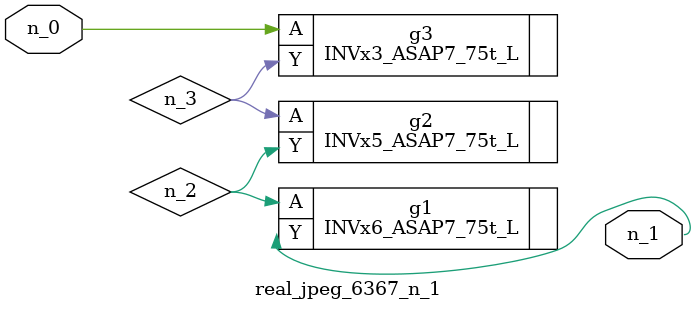
<source format=v>
module real_jpeg_6367_n_1 (n_0, n_1);

input n_0;

output n_1;

wire n_3;
wire n_2;

INVx3_ASAP7_75t_L g3 ( 
.A(n_0),
.Y(n_3)
);

INVx6_ASAP7_75t_L g1 ( 
.A(n_2),
.Y(n_1)
);

INVx5_ASAP7_75t_L g2 ( 
.A(n_3),
.Y(n_2)
);


endmodule
</source>
